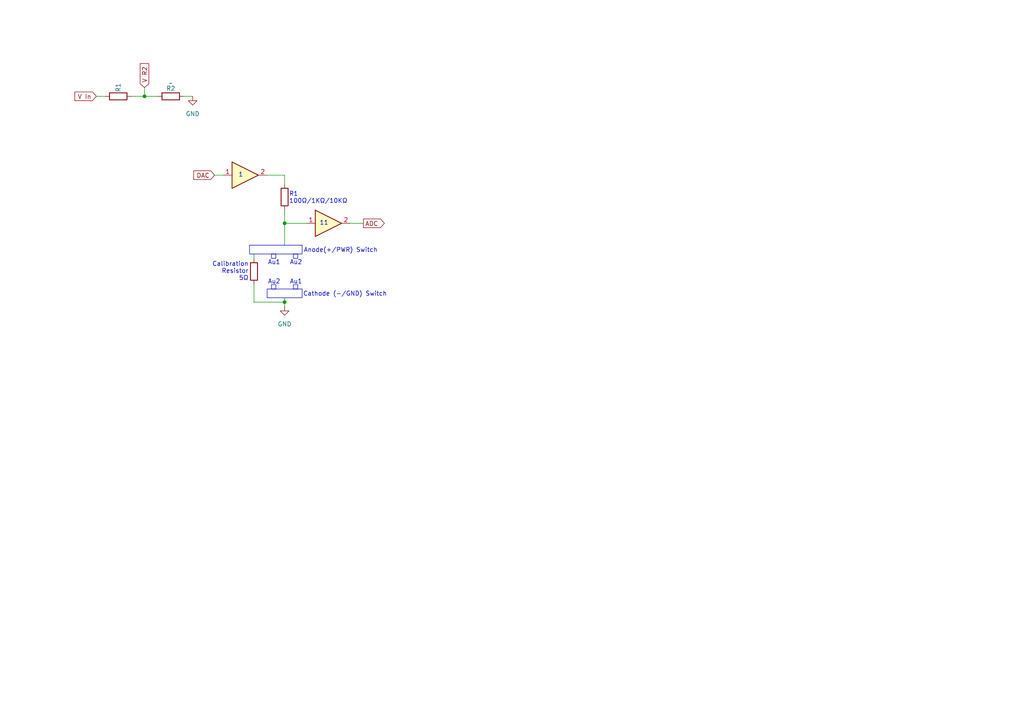
<source format=kicad_sch>
(kicad_sch (version 20231120) (generator "eeschema") (generator_version "8.0")
  (paper "A4")
  (lib_symbols
    (symbol "Device:R" (pin_numbers hide) (pin_names (offset 0))
      (property "Reference" "R" (at 2.032 0 90))
      (property "Value" "R" (at 0 0 90))
      (symbol "R_0_1"
        (rectangle (start -1.016 -2.54) (end 1.016 2.54) (stroke (width 0.254)))
      )
      (symbol "R_1_1"
        (pin passive line (at 0 3.81 270) (length 1.27) (name "~") (number "1"))
        (pin passive line (at 0 -3.81 90) (length 1.27) (name "~") (number "2"))
      )
    )
    (symbol "Gain_1" (pin_names (offset 0.127))
      (property "Reference" "U" (at 0 5.08 0))
      (property "Value" "Gain" (at 0 -5.08 0))
      (symbol "Gain_1_1_1"
        (polyline (pts (xy -2.54 3.81) (xy 5.08 0) (xy -2.54 -3.81) (xy -2.54 3.81)) (stroke (width 0.254)) (fill (type background)))
        (pin input line (at -5.08 0 0) (length 2.54) (name "") (number "1"))
        (pin output line (at 7.62 0 180) (length 2.54) (name "~") (number "2"))
      )
      (symbol "Gain_1_2_1"
        (polyline (pts (xy -5.08 5.08) (xy 5.08 0) (xy -5.08 -5.08) (xy -5.08 5.08)) (stroke (width 0.254)) (fill (type background)))
        (pin input line (at -7.62 2.54 0) (length 2.54) (name "+") (number "3"))
        (pin input line (at -7.62 -2.54 0) (length 2.54) (name "-") (number "4"))
        (pin output line (at 7.62 0 180) (length 2.54) (name "~") (number "5"))
      )
      (symbol "Gain_1_3_1"
        (pin power_in line (at -2.54 -7.62 90) (length 3.81) (name "V-") (number "2"))
        (pin power_in line (at -2.54 7.62 270) (length 3.81) (name "V+") (number "6"))
      )
    )
    (symbol "power:GND" (power) (pin_numbers hide) (pin_names (offset 0) hide)
      (property "Value" "GND" (at 0 -3.81 0))
      (symbol "GND_0_1"
        (polyline (pts (xy 0 0) (xy 0 -1.27) (xy 1.27 -1.27) (xy 0 -2.54) (xy -1.27 -1.27) (xy 0 -1.27)))
      )
      (symbol "GND_1_1"
        (pin power_in line (at 0 0 270) (length 0) (name "~") (number "1"))
      )
    )
  )
  (junction (at 82.55 87.63))
  (junction (at 41.91 27.94))
  (junction (at 82.55 64.77))
  (wire (pts (xy 53.34 27.94) (xy 55.88 27.94)))
  (wire (pts (xy 88.9 64.77) (xy 82.55 64.77)))
  (wire (pts (xy 73.66 82.55) (xy 73.66 87.63)))
  (wire (pts (xy 82.55 50.8) (xy 82.55 53.34)))
  (wire (pts (xy 82.55 87.63) (xy 82.55 88.9)))
  (wire (pts (xy 73.66 73.66) (xy 73.66 74.93)))
  (wire (pts (xy 82.55 86.36) (xy 82.55 87.63)))
  (wire (pts (xy 38.1 27.94) (xy 41.91 27.94)))
  (wire (pts (xy 101.6 64.77) (xy 105.41 64.77)))
  (wire (pts (xy 27.94 27.94) (xy 30.48 27.94)))
  (wire (pts (xy 41.91 27.94) (xy 45.72 27.94)))
  (wire (pts (xy 82.55 60.96) (xy 82.55 64.77)))
  (wire (pts (xy 77.47 50.8) (xy 82.55 50.8)))
  (wire (pts (xy 62.23 50.8) (xy 64.77 50.8)))
  (wire (pts (xy 82.55 87.63) (xy 73.66 87.63)))
  (wire (pts (xy 82.55 64.77) (xy 82.55 71.12)))
  (wire (pts (xy 41.91 25.4) (xy 41.91 27.94)))
  (rectangle (start 85.09 82.55) (end 86.36 83.82))
  (rectangle (start 77.47 83.82) (end 87.63 86.36))
  (rectangle (start 78.74 82.55) (end 80.01 83.82))
  (rectangle (start 78.74 73.66) (end 80.01 74.93))
  (rectangle (start 72.39 71.12) (end 87.63 73.66))
  (rectangle (start 85.09 73.66) (end 86.36 74.93))
  (text "Au2" (at 79.502 81.788 0) (effects (font (size 1.27 1.27))))
  (text "Calibration\nResistor\n5Ω" (at 72.136 78.74 0) (effects (font (size 1.27 1.27)) (justify right)))
  (text "R1\n100Ω/1KΩ/10KΩ" (at 83.82 57.404 0) (effects (font (size 1.27 1.27)) (justify left)))
  (text "Cathode (-/GND) Switch" (at 100.076 85.344 0) (effects (font (size 1.27 1.27))))
  (text "Au1" (at 85.852 81.788 0) (effects (font (size 1.27 1.27))))
  (text "Au1" (at 79.502 76.2 0) (effects (font (size 1.27 1.27))))
  (text "1" (at 69.85 50.8 0) (effects (font (size 1.27 1.27))))
  (text "Anode(+/PWR) Switch" (at 98.806 72.644 0) (effects (font (size 1.27 1.27))))
  (text "11" (at 93.98 64.77 0) (effects (font (size 1.27 1.27))))
  (text "Au2" (at 85.852 76.2 0) (effects (font (size 1.27 1.27))))
  (global_label "V In" (shape input) (at 27.94 27.94 180) (property "Intersheetrefs" "${INTERSHEET_REFS}" (effects (hide yes))))
  (global_label "V R2" (shape input) (at 41.91 25.4 90) (property "Intersheetrefs" "${INTERSHEET_REFS}" (effects (hide yes))))
  (global_label "ADC" (shape output) (at 105.41 64.77 0) (property "Intersheetrefs" "${INTERSHEET_REFS}" (effects (hide yes))))
  (global_label "DAC" (shape input) (at 62.23 50.8 180) (property "Intersheetrefs" "${INTERSHEET_REFS}" (effects (hide yes))))
  (symbol (lib_id "Device:R") (at 49.53 27.94 90) (unit 1)
    (property "Reference" "R2" (at 49.53 25.654 90))
    (property "Value" "~" (at 49.53 24.13 90))
    (property "Description" "Resistor" (effects (hide yes)))
  )
  (symbol (lib_id "Device:R") (at 73.66 78.74 180) (unit 1)
    (property "Reference" "R4" (effects (hide yes)))
    (property "Value" "5Ω" (effects (hide yes)))
    (property "Description" "Resistor" (effects (hide yes)))
  )
  (symbol (lib_id "Device:R") (at 82.55 57.15 180) (unit 1)
    (property "Reference" "R3" (effects (hide yes)))
    (property "Value" "R" (effects (hide yes)))
    (property "Description" "Resistor" (effects (hide yes)))
  )
  (symbol (lib_id "power:GND") (at 82.55 88.9 0) (unit 1)
    (property "Reference" "#PWR02" (effects (hide yes)))
    (property "Value" "GND" (at 82.55 93.98 0))
    (property "Description" "Power symbol creates a global label with name \"GND\" , ground" (effects (hide yes)))
  )
  (symbol (lib_name "Gain_1") (lib_id "ThesisLibrary:Gain") (at 69.85 50.8 0) (unit 1)
    (property "Reference" "U1" (effects (hide yes)))
    (property "Value" "Gain" (effects (hide yes)))
    (property "Footprint" "Package_SO:SOIC-8_3.9x4.9mm_P1.27mm" (effects (hide yes)))
    (property "Datasheet" "https://www.analog.com/media/en/technical-documentation/data-sheets/OP249.pdf" (effects (hide yes)))
    (property "Description" "Precision JFET, High Speed, Dual Operational Amplifier, SOIC-8" (effects (hide yes)))
  )
  (symbol (lib_name "Gain_1") (lib_id "ThesisLibrary:Gain") (at 93.98 64.77 0) (unit 1)
    (property "Reference" "U2" (effects (hide yes)))
    (property "Value" "Gain" (effects (hide yes)))
    (property "Footprint" "Package_SO:SOIC-8_3.9x4.9mm_P1.27mm" (effects (hide yes)))
    (property "Datasheet" "https://www.analog.com/media/en/technical-documentation/data-sheets/OP249.pdf" (effects (hide yes)))
    (property "Description" "Precision JFET, High Speed, Dual Operational Amplifier, SOIC-8" (effects (hide yes)))
  )
  (symbol (lib_id "power:GND") (at 55.88 27.94 0) (unit 1)
    (property "Reference" "#PWR01" (effects (hide yes)))
    (property "Value" "GND" (at 55.88 33.02 0))
    (property "Description" "Power symbol creates a global label with name \"GND\" , ground" (effects (hide yes)))
  )
  (symbol (lib_id "Device:R") (at 34.29 27.94 90) (unit 1)
    (property "Reference" "R1" (at 34.29 25.4 0))
    (property "Value" "R" (effects (hide yes)))
    (property "Description" "Resistor" (effects (hide yes)))
  )
)
</source>
